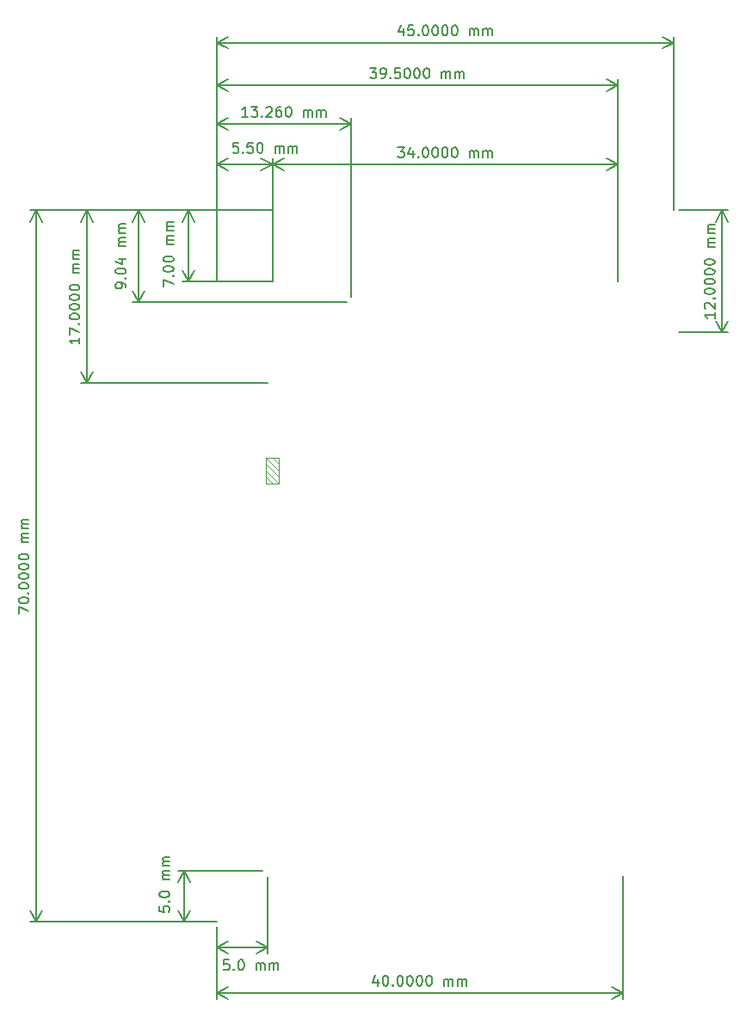
<source format=gbr>
%TF.GenerationSoftware,KiCad,Pcbnew,(6.0.7)*%
%TF.CreationDate,2022-08-04T10:24:46-07:00*%
%TF.ProjectId,SZG-TEMPLATE-STD,535a472d-5445-44d5-904c-4154452d5354,A*%
%TF.SameCoordinates,Original*%
%TF.FileFunction,OtherDrawing,Comment*%
%FSLAX46Y46*%
G04 Gerber Fmt 4.6, Leading zero omitted, Abs format (unit mm)*
G04 Created by KiCad (PCBNEW (6.0.7)) date 2022-08-04 10:24:46*
%MOMM*%
%LPD*%
G01*
G04 APERTURE LIST*
%ADD10C,0.150000*%
%ADD11C,0.100000*%
G04 APERTURE END LIST*
D10*
X135757142Y-134435714D02*
X135757142Y-135102380D01*
X135519047Y-134054761D02*
X135280952Y-134769047D01*
X135900000Y-134769047D01*
X136471428Y-134102380D02*
X136566666Y-134102380D01*
X136661904Y-134150000D01*
X136709523Y-134197619D01*
X136757142Y-134292857D01*
X136804761Y-134483333D01*
X136804761Y-134721428D01*
X136757142Y-134911904D01*
X136709523Y-135007142D01*
X136661904Y-135054761D01*
X136566666Y-135102380D01*
X136471428Y-135102380D01*
X136376190Y-135054761D01*
X136328571Y-135007142D01*
X136280952Y-134911904D01*
X136233333Y-134721428D01*
X136233333Y-134483333D01*
X136280952Y-134292857D01*
X136328571Y-134197619D01*
X136376190Y-134150000D01*
X136471428Y-134102380D01*
X137233333Y-135007142D02*
X137280952Y-135054761D01*
X137233333Y-135102380D01*
X137185714Y-135054761D01*
X137233333Y-135007142D01*
X137233333Y-135102380D01*
X137900000Y-134102380D02*
X137995238Y-134102380D01*
X138090476Y-134150000D01*
X138138095Y-134197619D01*
X138185714Y-134292857D01*
X138233333Y-134483333D01*
X138233333Y-134721428D01*
X138185714Y-134911904D01*
X138138095Y-135007142D01*
X138090476Y-135054761D01*
X137995238Y-135102380D01*
X137900000Y-135102380D01*
X137804761Y-135054761D01*
X137757142Y-135007142D01*
X137709523Y-134911904D01*
X137661904Y-134721428D01*
X137661904Y-134483333D01*
X137709523Y-134292857D01*
X137757142Y-134197619D01*
X137804761Y-134150000D01*
X137900000Y-134102380D01*
X138852380Y-134102380D02*
X138947619Y-134102380D01*
X139042857Y-134150000D01*
X139090476Y-134197619D01*
X139138095Y-134292857D01*
X139185714Y-134483333D01*
X139185714Y-134721428D01*
X139138095Y-134911904D01*
X139090476Y-135007142D01*
X139042857Y-135054761D01*
X138947619Y-135102380D01*
X138852380Y-135102380D01*
X138757142Y-135054761D01*
X138709523Y-135007142D01*
X138661904Y-134911904D01*
X138614285Y-134721428D01*
X138614285Y-134483333D01*
X138661904Y-134292857D01*
X138709523Y-134197619D01*
X138757142Y-134150000D01*
X138852380Y-134102380D01*
X139804761Y-134102380D02*
X139900000Y-134102380D01*
X139995238Y-134150000D01*
X140042857Y-134197619D01*
X140090476Y-134292857D01*
X140138095Y-134483333D01*
X140138095Y-134721428D01*
X140090476Y-134911904D01*
X140042857Y-135007142D01*
X139995238Y-135054761D01*
X139900000Y-135102380D01*
X139804761Y-135102380D01*
X139709523Y-135054761D01*
X139661904Y-135007142D01*
X139614285Y-134911904D01*
X139566666Y-134721428D01*
X139566666Y-134483333D01*
X139614285Y-134292857D01*
X139661904Y-134197619D01*
X139709523Y-134150000D01*
X139804761Y-134102380D01*
X140757142Y-134102380D02*
X140852380Y-134102380D01*
X140947619Y-134150000D01*
X140995238Y-134197619D01*
X141042857Y-134292857D01*
X141090476Y-134483333D01*
X141090476Y-134721428D01*
X141042857Y-134911904D01*
X140995238Y-135007142D01*
X140947619Y-135054761D01*
X140852380Y-135102380D01*
X140757142Y-135102380D01*
X140661904Y-135054761D01*
X140614285Y-135007142D01*
X140566666Y-134911904D01*
X140519047Y-134721428D01*
X140519047Y-134483333D01*
X140566666Y-134292857D01*
X140614285Y-134197619D01*
X140661904Y-134150000D01*
X140757142Y-134102380D01*
X142280952Y-135102380D02*
X142280952Y-134435714D01*
X142280952Y-134530952D02*
X142328571Y-134483333D01*
X142423809Y-134435714D01*
X142566666Y-134435714D01*
X142661904Y-134483333D01*
X142709523Y-134578571D01*
X142709523Y-135102380D01*
X142709523Y-134578571D02*
X142757142Y-134483333D01*
X142852380Y-134435714D01*
X142995238Y-134435714D01*
X143090476Y-134483333D01*
X143138095Y-134578571D01*
X143138095Y-135102380D01*
X143614285Y-135102380D02*
X143614285Y-134435714D01*
X143614285Y-134530952D02*
X143661904Y-134483333D01*
X143757142Y-134435714D01*
X143900000Y-134435714D01*
X143995238Y-134483333D01*
X144042857Y-134578571D01*
X144042857Y-135102380D01*
X144042857Y-134578571D02*
X144090476Y-134483333D01*
X144185714Y-134435714D01*
X144328571Y-134435714D01*
X144423809Y-134483333D01*
X144471428Y-134578571D01*
X144471428Y-135102380D01*
X119900000Y-129300000D02*
X119900000Y-136386420D01*
X159900000Y-136386420D02*
X159900000Y-124300000D01*
X119900000Y-135800000D02*
X159900000Y-135800000D01*
X119900000Y-135800000D02*
X159900000Y-135800000D01*
X119900000Y-135800000D02*
X121026504Y-136386421D01*
X119900000Y-135800000D02*
X121026504Y-135213579D01*
X159900000Y-135800000D02*
X158773496Y-135213579D01*
X159900000Y-135800000D02*
X158773496Y-136386421D01*
X121109523Y-132552380D02*
X120633333Y-132552380D01*
X120585714Y-133028571D01*
X120633333Y-132980952D01*
X120728571Y-132933333D01*
X120966666Y-132933333D01*
X121061904Y-132980952D01*
X121109523Y-133028571D01*
X121157142Y-133123809D01*
X121157142Y-133361904D01*
X121109523Y-133457142D01*
X121061904Y-133504761D01*
X120966666Y-133552380D01*
X120728571Y-133552380D01*
X120633333Y-133504761D01*
X120585714Y-133457142D01*
X121585714Y-133457142D02*
X121633333Y-133504761D01*
X121585714Y-133552380D01*
X121538095Y-133504761D01*
X121585714Y-133457142D01*
X121585714Y-133552380D01*
X122252380Y-132552380D02*
X122347619Y-132552380D01*
X122442857Y-132600000D01*
X122490476Y-132647619D01*
X122538095Y-132742857D01*
X122585714Y-132933333D01*
X122585714Y-133171428D01*
X122538095Y-133361904D01*
X122490476Y-133457142D01*
X122442857Y-133504761D01*
X122347619Y-133552380D01*
X122252380Y-133552380D01*
X122157142Y-133504761D01*
X122109523Y-133457142D01*
X122061904Y-133361904D01*
X122014285Y-133171428D01*
X122014285Y-132933333D01*
X122061904Y-132742857D01*
X122109523Y-132647619D01*
X122157142Y-132600000D01*
X122252380Y-132552380D01*
X123776190Y-133552380D02*
X123776190Y-132885714D01*
X123776190Y-132980952D02*
X123823809Y-132933333D01*
X123919047Y-132885714D01*
X124061904Y-132885714D01*
X124157142Y-132933333D01*
X124204761Y-133028571D01*
X124204761Y-133552380D01*
X124204761Y-133028571D02*
X124252380Y-132933333D01*
X124347619Y-132885714D01*
X124490476Y-132885714D01*
X124585714Y-132933333D01*
X124633333Y-133028571D01*
X124633333Y-133552380D01*
X125109523Y-133552380D02*
X125109523Y-132885714D01*
X125109523Y-132980952D02*
X125157142Y-132933333D01*
X125252380Y-132885714D01*
X125395238Y-132885714D01*
X125490476Y-132933333D01*
X125538095Y-133028571D01*
X125538095Y-133552380D01*
X125538095Y-133028571D02*
X125585714Y-132933333D01*
X125680952Y-132885714D01*
X125823809Y-132885714D01*
X125919047Y-132933333D01*
X125966666Y-133028571D01*
X125966666Y-133552380D01*
X119900000Y-129300000D02*
X119900000Y-131886420D01*
X124900000Y-131886420D02*
X124900000Y-124400000D01*
X119900000Y-131300000D02*
X124900000Y-131300000D01*
X119900000Y-131300000D02*
X124900000Y-131300000D01*
X119900000Y-131300000D02*
X121026504Y-131886421D01*
X119900000Y-131300000D02*
X121026504Y-130713579D01*
X124900000Y-131300000D02*
X123773496Y-130713579D01*
X124900000Y-131300000D02*
X123773496Y-131886421D01*
X168902380Y-68847624D02*
X168902380Y-69419052D01*
X168902380Y-69133338D02*
X167902380Y-69133338D01*
X168045238Y-69228576D01*
X168140476Y-69323814D01*
X168188095Y-69419052D01*
X167997619Y-68466671D02*
X167950000Y-68419052D01*
X167902380Y-68323814D01*
X167902380Y-68085719D01*
X167950000Y-67990481D01*
X167997619Y-67942862D01*
X168092857Y-67895243D01*
X168188095Y-67895243D01*
X168330952Y-67942862D01*
X168902380Y-68514290D01*
X168902380Y-67895243D01*
X168807142Y-67466671D02*
X168854761Y-67419052D01*
X168902380Y-67466671D01*
X168854761Y-67514290D01*
X168807142Y-67466671D01*
X168902380Y-67466671D01*
X167902380Y-66800005D02*
X167902380Y-66704766D01*
X167950000Y-66609528D01*
X167997619Y-66561909D01*
X168092857Y-66514290D01*
X168283333Y-66466671D01*
X168521428Y-66466671D01*
X168711904Y-66514290D01*
X168807142Y-66561909D01*
X168854761Y-66609528D01*
X168902380Y-66704766D01*
X168902380Y-66800005D01*
X168854761Y-66895243D01*
X168807142Y-66942862D01*
X168711904Y-66990481D01*
X168521428Y-67038100D01*
X168283333Y-67038100D01*
X168092857Y-66990481D01*
X167997619Y-66942862D01*
X167950000Y-66895243D01*
X167902380Y-66800005D01*
X167902380Y-65847624D02*
X167902380Y-65752385D01*
X167950000Y-65657147D01*
X167997619Y-65609528D01*
X168092857Y-65561909D01*
X168283333Y-65514290D01*
X168521428Y-65514290D01*
X168711904Y-65561909D01*
X168807142Y-65609528D01*
X168854761Y-65657147D01*
X168902380Y-65752385D01*
X168902380Y-65847624D01*
X168854761Y-65942862D01*
X168807142Y-65990481D01*
X168711904Y-66038100D01*
X168521428Y-66085719D01*
X168283333Y-66085719D01*
X168092857Y-66038100D01*
X167997619Y-65990481D01*
X167950000Y-65942862D01*
X167902380Y-65847624D01*
X167902380Y-64895243D02*
X167902380Y-64800005D01*
X167950000Y-64704766D01*
X167997619Y-64657147D01*
X168092857Y-64609528D01*
X168283333Y-64561909D01*
X168521428Y-64561909D01*
X168711904Y-64609528D01*
X168807142Y-64657147D01*
X168854761Y-64704766D01*
X168902380Y-64800005D01*
X168902380Y-64895243D01*
X168854761Y-64990481D01*
X168807142Y-65038100D01*
X168711904Y-65085719D01*
X168521428Y-65133338D01*
X168283333Y-65133338D01*
X168092857Y-65085719D01*
X167997619Y-65038100D01*
X167950000Y-64990481D01*
X167902380Y-64895243D01*
X167902380Y-63942862D02*
X167902380Y-63847624D01*
X167950000Y-63752385D01*
X167997619Y-63704766D01*
X168092857Y-63657147D01*
X168283333Y-63609528D01*
X168521428Y-63609528D01*
X168711904Y-63657147D01*
X168807142Y-63704766D01*
X168854761Y-63752385D01*
X168902380Y-63847624D01*
X168902380Y-63942862D01*
X168854761Y-64038100D01*
X168807142Y-64085719D01*
X168711904Y-64133338D01*
X168521428Y-64180957D01*
X168283333Y-64180957D01*
X168092857Y-64133338D01*
X167997619Y-64085719D01*
X167950000Y-64038100D01*
X167902380Y-63942862D01*
X168902380Y-62419052D02*
X168235714Y-62419052D01*
X168330952Y-62419052D02*
X168283333Y-62371433D01*
X168235714Y-62276195D01*
X168235714Y-62133338D01*
X168283333Y-62038100D01*
X168378571Y-61990481D01*
X168902380Y-61990481D01*
X168378571Y-61990481D02*
X168283333Y-61942862D01*
X168235714Y-61847624D01*
X168235714Y-61704766D01*
X168283333Y-61609528D01*
X168378571Y-61561909D01*
X168902380Y-61561909D01*
X168902380Y-61085719D02*
X168235714Y-61085719D01*
X168330952Y-61085719D02*
X168283333Y-61038100D01*
X168235714Y-60942862D01*
X168235714Y-60800005D01*
X168283333Y-60704766D01*
X168378571Y-60657147D01*
X168902380Y-60657147D01*
X168378571Y-60657147D02*
X168283333Y-60609528D01*
X168235714Y-60514290D01*
X168235714Y-60371433D01*
X168283333Y-60276195D01*
X168378571Y-60228576D01*
X168902380Y-60228576D01*
X165400000Y-70800000D02*
X170186420Y-70800000D01*
X170186420Y-58800010D02*
X165399990Y-58800010D01*
X169600000Y-70800000D02*
X169600000Y-58800010D01*
X169600000Y-70800000D02*
X169600000Y-58800010D01*
X169600000Y-70800000D02*
X170186421Y-69673496D01*
X169600000Y-70800000D02*
X169013579Y-69673496D01*
X169600000Y-58800010D02*
X169013579Y-59926514D01*
X169600000Y-58800010D02*
X170186421Y-59926514D01*
X110952380Y-66395238D02*
X110952380Y-66204761D01*
X110904761Y-66109523D01*
X110857142Y-66061904D01*
X110714285Y-65966666D01*
X110523809Y-65919047D01*
X110142857Y-65919047D01*
X110047619Y-65966666D01*
X110000000Y-66014285D01*
X109952380Y-66109523D01*
X109952380Y-66300000D01*
X110000000Y-66395238D01*
X110047619Y-66442857D01*
X110142857Y-66490476D01*
X110380952Y-66490476D01*
X110476190Y-66442857D01*
X110523809Y-66395238D01*
X110571428Y-66300000D01*
X110571428Y-66109523D01*
X110523809Y-66014285D01*
X110476190Y-65966666D01*
X110380952Y-65919047D01*
X110857142Y-65490476D02*
X110904761Y-65442857D01*
X110952380Y-65490476D01*
X110904761Y-65538095D01*
X110857142Y-65490476D01*
X110952380Y-65490476D01*
X109952380Y-64823809D02*
X109952380Y-64728571D01*
X110000000Y-64633333D01*
X110047619Y-64585714D01*
X110142857Y-64538095D01*
X110333333Y-64490476D01*
X110571428Y-64490476D01*
X110761904Y-64538095D01*
X110857142Y-64585714D01*
X110904761Y-64633333D01*
X110952380Y-64728571D01*
X110952380Y-64823809D01*
X110904761Y-64919047D01*
X110857142Y-64966666D01*
X110761904Y-65014285D01*
X110571428Y-65061904D01*
X110333333Y-65061904D01*
X110142857Y-65014285D01*
X110047619Y-64966666D01*
X110000000Y-64919047D01*
X109952380Y-64823809D01*
X110285714Y-63633333D02*
X110952380Y-63633333D01*
X109904761Y-63871428D02*
X110619047Y-64109523D01*
X110619047Y-63490476D01*
X110952380Y-62347619D02*
X110285714Y-62347619D01*
X110380952Y-62347619D02*
X110333333Y-62300000D01*
X110285714Y-62204761D01*
X110285714Y-62061904D01*
X110333333Y-61966666D01*
X110428571Y-61919047D01*
X110952380Y-61919047D01*
X110428571Y-61919047D02*
X110333333Y-61871428D01*
X110285714Y-61776190D01*
X110285714Y-61633333D01*
X110333333Y-61538095D01*
X110428571Y-61490476D01*
X110952380Y-61490476D01*
X110952380Y-61014285D02*
X110285714Y-61014285D01*
X110380952Y-61014285D02*
X110333333Y-60966666D01*
X110285714Y-60871428D01*
X110285714Y-60728571D01*
X110333333Y-60633333D01*
X110428571Y-60585714D01*
X110952380Y-60585714D01*
X110428571Y-60585714D02*
X110333333Y-60538095D01*
X110285714Y-60442857D01*
X110285714Y-60300000D01*
X110333333Y-60204761D01*
X110428571Y-60157142D01*
X110952380Y-60157142D01*
X119400000Y-58800000D02*
X111613580Y-58800000D01*
X111613580Y-67840000D02*
X132660320Y-67840000D01*
X112200000Y-58800000D02*
X112200000Y-67840000D01*
X112200000Y-58800000D02*
X112200000Y-67840000D01*
X112200000Y-58800000D02*
X111613579Y-59926504D01*
X112200000Y-58800000D02*
X112786421Y-59926504D01*
X112200000Y-67840000D02*
X112786421Y-66713496D01*
X112200000Y-67840000D02*
X111613579Y-66713496D01*
X114252380Y-127290476D02*
X114252380Y-127766666D01*
X114728571Y-127814285D01*
X114680952Y-127766666D01*
X114633333Y-127671428D01*
X114633333Y-127433333D01*
X114680952Y-127338095D01*
X114728571Y-127290476D01*
X114823809Y-127242857D01*
X115061904Y-127242857D01*
X115157142Y-127290476D01*
X115204761Y-127338095D01*
X115252380Y-127433333D01*
X115252380Y-127671428D01*
X115204761Y-127766666D01*
X115157142Y-127814285D01*
X115157142Y-126814285D02*
X115204761Y-126766666D01*
X115252380Y-126814285D01*
X115204761Y-126861904D01*
X115157142Y-126814285D01*
X115252380Y-126814285D01*
X114252380Y-126147619D02*
X114252380Y-126052380D01*
X114300000Y-125957142D01*
X114347619Y-125909523D01*
X114442857Y-125861904D01*
X114633333Y-125814285D01*
X114871428Y-125814285D01*
X115061904Y-125861904D01*
X115157142Y-125909523D01*
X115204761Y-125957142D01*
X115252380Y-126052380D01*
X115252380Y-126147619D01*
X115204761Y-126242857D01*
X115157142Y-126290476D01*
X115061904Y-126338095D01*
X114871428Y-126385714D01*
X114633333Y-126385714D01*
X114442857Y-126338095D01*
X114347619Y-126290476D01*
X114300000Y-126242857D01*
X114252380Y-126147619D01*
X115252380Y-124623809D02*
X114585714Y-124623809D01*
X114680952Y-124623809D02*
X114633333Y-124576190D01*
X114585714Y-124480952D01*
X114585714Y-124338095D01*
X114633333Y-124242857D01*
X114728571Y-124195238D01*
X115252380Y-124195238D01*
X114728571Y-124195238D02*
X114633333Y-124147619D01*
X114585714Y-124052380D01*
X114585714Y-123909523D01*
X114633333Y-123814285D01*
X114728571Y-123766666D01*
X115252380Y-123766666D01*
X115252380Y-123290476D02*
X114585714Y-123290476D01*
X114680952Y-123290476D02*
X114633333Y-123242857D01*
X114585714Y-123147619D01*
X114585714Y-123004761D01*
X114633333Y-122909523D01*
X114728571Y-122861904D01*
X115252380Y-122861904D01*
X114728571Y-122861904D02*
X114633333Y-122814285D01*
X114585714Y-122719047D01*
X114585714Y-122576190D01*
X114633333Y-122480952D01*
X114728571Y-122433333D01*
X115252380Y-122433333D01*
X119400000Y-128800000D02*
X116113580Y-128800000D01*
X116113580Y-123800000D02*
X124400000Y-123800000D01*
X116700000Y-128800000D02*
X116700000Y-123800000D01*
X116700000Y-128800000D02*
X116700000Y-123800000D01*
X116700000Y-128800000D02*
X117286421Y-127673496D01*
X116700000Y-128800000D02*
X116113579Y-127673496D01*
X116700000Y-123800000D02*
X116113579Y-124926504D01*
X116700000Y-123800000D02*
X117286421Y-124926504D01*
X122958731Y-49602380D02*
X122387302Y-49602380D01*
X122673017Y-49602380D02*
X122673017Y-48602380D01*
X122577779Y-48745238D01*
X122482540Y-48840476D01*
X122387302Y-48888095D01*
X123292064Y-48602380D02*
X123911112Y-48602380D01*
X123577779Y-48983333D01*
X123720636Y-48983333D01*
X123815874Y-49030952D01*
X123863493Y-49078571D01*
X123911112Y-49173809D01*
X123911112Y-49411904D01*
X123863493Y-49507142D01*
X123815874Y-49554761D01*
X123720636Y-49602380D01*
X123434921Y-49602380D01*
X123339683Y-49554761D01*
X123292064Y-49507142D01*
X124339683Y-49507142D02*
X124387302Y-49554761D01*
X124339683Y-49602380D01*
X124292064Y-49554761D01*
X124339683Y-49507142D01*
X124339683Y-49602380D01*
X124768255Y-48697619D02*
X124815874Y-48650000D01*
X124911112Y-48602380D01*
X125149207Y-48602380D01*
X125244445Y-48650000D01*
X125292064Y-48697619D01*
X125339683Y-48792857D01*
X125339683Y-48888095D01*
X125292064Y-49030952D01*
X124720636Y-49602380D01*
X125339683Y-49602380D01*
X126196826Y-48602380D02*
X126006350Y-48602380D01*
X125911112Y-48650000D01*
X125863493Y-48697619D01*
X125768255Y-48840476D01*
X125720636Y-49030952D01*
X125720636Y-49411904D01*
X125768255Y-49507142D01*
X125815874Y-49554761D01*
X125911112Y-49602380D01*
X126101588Y-49602380D01*
X126196826Y-49554761D01*
X126244445Y-49507142D01*
X126292064Y-49411904D01*
X126292064Y-49173809D01*
X126244445Y-49078571D01*
X126196826Y-49030952D01*
X126101588Y-48983333D01*
X125911112Y-48983333D01*
X125815874Y-49030952D01*
X125768255Y-49078571D01*
X125720636Y-49173809D01*
X126911112Y-48602380D02*
X127006350Y-48602380D01*
X127101588Y-48650000D01*
X127149207Y-48697619D01*
X127196826Y-48792857D01*
X127244445Y-48983333D01*
X127244445Y-49221428D01*
X127196826Y-49411904D01*
X127149207Y-49507142D01*
X127101588Y-49554761D01*
X127006350Y-49602380D01*
X126911112Y-49602380D01*
X126815874Y-49554761D01*
X126768255Y-49507142D01*
X126720636Y-49411904D01*
X126673017Y-49221428D01*
X126673017Y-48983333D01*
X126720636Y-48792857D01*
X126768255Y-48697619D01*
X126815874Y-48650000D01*
X126911112Y-48602380D01*
X128434921Y-49602380D02*
X128434921Y-48935714D01*
X128434921Y-49030952D02*
X128482540Y-48983333D01*
X128577779Y-48935714D01*
X128720636Y-48935714D01*
X128815874Y-48983333D01*
X128863493Y-49078571D01*
X128863493Y-49602380D01*
X128863493Y-49078571D02*
X128911112Y-48983333D01*
X129006350Y-48935714D01*
X129149207Y-48935714D01*
X129244445Y-48983333D01*
X129292064Y-49078571D01*
X129292064Y-49602380D01*
X129768255Y-49602380D02*
X129768255Y-48935714D01*
X129768255Y-49030952D02*
X129815874Y-48983333D01*
X129911112Y-48935714D01*
X130053969Y-48935714D01*
X130149207Y-48983333D01*
X130196826Y-49078571D01*
X130196826Y-49602380D01*
X130196826Y-49078571D02*
X130244445Y-48983333D01*
X130339683Y-48935714D01*
X130482540Y-48935714D01*
X130577779Y-48983333D01*
X130625398Y-49078571D01*
X130625398Y-49602380D01*
X119900000Y-58300010D02*
X119900000Y-49713580D01*
X133160320Y-49713580D02*
X133160320Y-67340000D01*
X119900000Y-50300000D02*
X133160320Y-50300000D01*
X119900000Y-50300000D02*
X133160320Y-50300000D01*
X119900000Y-50300000D02*
X121026504Y-50886421D01*
X119900000Y-50300000D02*
X121026504Y-49713579D01*
X133160320Y-50300000D02*
X132033816Y-49713579D01*
X133160320Y-50300000D02*
X132033816Y-50886421D01*
X134983333Y-44802380D02*
X135602380Y-44802380D01*
X135269047Y-45183333D01*
X135411904Y-45183333D01*
X135507142Y-45230952D01*
X135554761Y-45278571D01*
X135602380Y-45373809D01*
X135602380Y-45611904D01*
X135554761Y-45707142D01*
X135507142Y-45754761D01*
X135411904Y-45802380D01*
X135126190Y-45802380D01*
X135030952Y-45754761D01*
X134983333Y-45707142D01*
X136078571Y-45802380D02*
X136269047Y-45802380D01*
X136364285Y-45754761D01*
X136411904Y-45707142D01*
X136507142Y-45564285D01*
X136554761Y-45373809D01*
X136554761Y-44992857D01*
X136507142Y-44897619D01*
X136459523Y-44850000D01*
X136364285Y-44802380D01*
X136173809Y-44802380D01*
X136078571Y-44850000D01*
X136030952Y-44897619D01*
X135983333Y-44992857D01*
X135983333Y-45230952D01*
X136030952Y-45326190D01*
X136078571Y-45373809D01*
X136173809Y-45421428D01*
X136364285Y-45421428D01*
X136459523Y-45373809D01*
X136507142Y-45326190D01*
X136554761Y-45230952D01*
X136983333Y-45707142D02*
X137030952Y-45754761D01*
X136983333Y-45802380D01*
X136935714Y-45754761D01*
X136983333Y-45707142D01*
X136983333Y-45802380D01*
X137935714Y-44802380D02*
X137459523Y-44802380D01*
X137411904Y-45278571D01*
X137459523Y-45230952D01*
X137554761Y-45183333D01*
X137792857Y-45183333D01*
X137888095Y-45230952D01*
X137935714Y-45278571D01*
X137983333Y-45373809D01*
X137983333Y-45611904D01*
X137935714Y-45707142D01*
X137888095Y-45754761D01*
X137792857Y-45802380D01*
X137554761Y-45802380D01*
X137459523Y-45754761D01*
X137411904Y-45707142D01*
X138602380Y-44802380D02*
X138697619Y-44802380D01*
X138792857Y-44850000D01*
X138840476Y-44897619D01*
X138888095Y-44992857D01*
X138935714Y-45183333D01*
X138935714Y-45421428D01*
X138888095Y-45611904D01*
X138840476Y-45707142D01*
X138792857Y-45754761D01*
X138697619Y-45802380D01*
X138602380Y-45802380D01*
X138507142Y-45754761D01*
X138459523Y-45707142D01*
X138411904Y-45611904D01*
X138364285Y-45421428D01*
X138364285Y-45183333D01*
X138411904Y-44992857D01*
X138459523Y-44897619D01*
X138507142Y-44850000D01*
X138602380Y-44802380D01*
X139554761Y-44802380D02*
X139650000Y-44802380D01*
X139745238Y-44850000D01*
X139792857Y-44897619D01*
X139840476Y-44992857D01*
X139888095Y-45183333D01*
X139888095Y-45421428D01*
X139840476Y-45611904D01*
X139792857Y-45707142D01*
X139745238Y-45754761D01*
X139650000Y-45802380D01*
X139554761Y-45802380D01*
X139459523Y-45754761D01*
X139411904Y-45707142D01*
X139364285Y-45611904D01*
X139316666Y-45421428D01*
X139316666Y-45183333D01*
X139364285Y-44992857D01*
X139411904Y-44897619D01*
X139459523Y-44850000D01*
X139554761Y-44802380D01*
X140507142Y-44802380D02*
X140602380Y-44802380D01*
X140697619Y-44850000D01*
X140745238Y-44897619D01*
X140792857Y-44992857D01*
X140840476Y-45183333D01*
X140840476Y-45421428D01*
X140792857Y-45611904D01*
X140745238Y-45707142D01*
X140697619Y-45754761D01*
X140602380Y-45802380D01*
X140507142Y-45802380D01*
X140411904Y-45754761D01*
X140364285Y-45707142D01*
X140316666Y-45611904D01*
X140269047Y-45421428D01*
X140269047Y-45183333D01*
X140316666Y-44992857D01*
X140364285Y-44897619D01*
X140411904Y-44850000D01*
X140507142Y-44802380D01*
X142030952Y-45802380D02*
X142030952Y-45135714D01*
X142030952Y-45230952D02*
X142078571Y-45183333D01*
X142173809Y-45135714D01*
X142316666Y-45135714D01*
X142411904Y-45183333D01*
X142459523Y-45278571D01*
X142459523Y-45802380D01*
X142459523Y-45278571D02*
X142507142Y-45183333D01*
X142602380Y-45135714D01*
X142745238Y-45135714D01*
X142840476Y-45183333D01*
X142888095Y-45278571D01*
X142888095Y-45802380D01*
X143364285Y-45802380D02*
X143364285Y-45135714D01*
X143364285Y-45230952D02*
X143411904Y-45183333D01*
X143507142Y-45135714D01*
X143650000Y-45135714D01*
X143745238Y-45183333D01*
X143792857Y-45278571D01*
X143792857Y-45802380D01*
X143792857Y-45278571D02*
X143840476Y-45183333D01*
X143935714Y-45135714D01*
X144078571Y-45135714D01*
X144173809Y-45183333D01*
X144221428Y-45278571D01*
X144221428Y-45802380D01*
X119900000Y-58300010D02*
X119900000Y-45913580D01*
X159400000Y-45913580D02*
X159400000Y-65300000D01*
X119900000Y-46500000D02*
X159400000Y-46500000D01*
X119900000Y-46500000D02*
X159400000Y-46500000D01*
X119900000Y-46500000D02*
X121026504Y-47086421D01*
X119900000Y-46500000D02*
X121026504Y-45913579D01*
X159400000Y-46500000D02*
X158273496Y-45913579D01*
X159400000Y-46500000D02*
X158273496Y-47086421D01*
X138257137Y-40935714D02*
X138257137Y-41602380D01*
X138019042Y-40554761D02*
X137780947Y-41269047D01*
X138399995Y-41269047D01*
X139257137Y-40602380D02*
X138780947Y-40602380D01*
X138733328Y-41078571D01*
X138780947Y-41030952D01*
X138876185Y-40983333D01*
X139114280Y-40983333D01*
X139209518Y-41030952D01*
X139257137Y-41078571D01*
X139304756Y-41173809D01*
X139304756Y-41411904D01*
X139257137Y-41507142D01*
X139209518Y-41554761D01*
X139114280Y-41602380D01*
X138876185Y-41602380D01*
X138780947Y-41554761D01*
X138733328Y-41507142D01*
X139733328Y-41507142D02*
X139780947Y-41554761D01*
X139733328Y-41602380D01*
X139685709Y-41554761D01*
X139733328Y-41507142D01*
X139733328Y-41602380D01*
X140399995Y-40602380D02*
X140495233Y-40602380D01*
X140590471Y-40650000D01*
X140638090Y-40697619D01*
X140685709Y-40792857D01*
X140733328Y-40983333D01*
X140733328Y-41221428D01*
X140685709Y-41411904D01*
X140638090Y-41507142D01*
X140590471Y-41554761D01*
X140495233Y-41602380D01*
X140399995Y-41602380D01*
X140304756Y-41554761D01*
X140257137Y-41507142D01*
X140209518Y-41411904D01*
X140161899Y-41221428D01*
X140161899Y-40983333D01*
X140209518Y-40792857D01*
X140257137Y-40697619D01*
X140304756Y-40650000D01*
X140399995Y-40602380D01*
X141352375Y-40602380D02*
X141447614Y-40602380D01*
X141542852Y-40650000D01*
X141590471Y-40697619D01*
X141638090Y-40792857D01*
X141685709Y-40983333D01*
X141685709Y-41221428D01*
X141638090Y-41411904D01*
X141590471Y-41507142D01*
X141542852Y-41554761D01*
X141447614Y-41602380D01*
X141352375Y-41602380D01*
X141257137Y-41554761D01*
X141209518Y-41507142D01*
X141161899Y-41411904D01*
X141114280Y-41221428D01*
X141114280Y-40983333D01*
X141161899Y-40792857D01*
X141209518Y-40697619D01*
X141257137Y-40650000D01*
X141352375Y-40602380D01*
X142304756Y-40602380D02*
X142399995Y-40602380D01*
X142495233Y-40650000D01*
X142542852Y-40697619D01*
X142590471Y-40792857D01*
X142638090Y-40983333D01*
X142638090Y-41221428D01*
X142590471Y-41411904D01*
X142542852Y-41507142D01*
X142495233Y-41554761D01*
X142399995Y-41602380D01*
X142304756Y-41602380D01*
X142209518Y-41554761D01*
X142161899Y-41507142D01*
X142114280Y-41411904D01*
X142066661Y-41221428D01*
X142066661Y-40983333D01*
X142114280Y-40792857D01*
X142161899Y-40697619D01*
X142209518Y-40650000D01*
X142304756Y-40602380D01*
X143257137Y-40602380D02*
X143352375Y-40602380D01*
X143447614Y-40650000D01*
X143495233Y-40697619D01*
X143542852Y-40792857D01*
X143590471Y-40983333D01*
X143590471Y-41221428D01*
X143542852Y-41411904D01*
X143495233Y-41507142D01*
X143447614Y-41554761D01*
X143352375Y-41602380D01*
X143257137Y-41602380D01*
X143161899Y-41554761D01*
X143114280Y-41507142D01*
X143066661Y-41411904D01*
X143019042Y-41221428D01*
X143019042Y-40983333D01*
X143066661Y-40792857D01*
X143114280Y-40697619D01*
X143161899Y-40650000D01*
X143257137Y-40602380D01*
X144780947Y-41602380D02*
X144780947Y-40935714D01*
X144780947Y-41030952D02*
X144828566Y-40983333D01*
X144923804Y-40935714D01*
X145066661Y-40935714D01*
X145161899Y-40983333D01*
X145209518Y-41078571D01*
X145209518Y-41602380D01*
X145209518Y-41078571D02*
X145257137Y-40983333D01*
X145352375Y-40935714D01*
X145495233Y-40935714D01*
X145590471Y-40983333D01*
X145638090Y-41078571D01*
X145638090Y-41602380D01*
X146114280Y-41602380D02*
X146114280Y-40935714D01*
X146114280Y-41030952D02*
X146161899Y-40983333D01*
X146257137Y-40935714D01*
X146399995Y-40935714D01*
X146495233Y-40983333D01*
X146542852Y-41078571D01*
X146542852Y-41602380D01*
X146542852Y-41078571D02*
X146590471Y-40983333D01*
X146685709Y-40935714D01*
X146828566Y-40935714D01*
X146923804Y-40983333D01*
X146971423Y-41078571D01*
X146971423Y-41602380D01*
X164899990Y-58800010D02*
X164899990Y-41713580D01*
X119900000Y-58800010D02*
X119900000Y-41713580D01*
X164899990Y-42300000D02*
X119900000Y-42300000D01*
X164899990Y-42300000D02*
X119900000Y-42300000D01*
X164899990Y-42300000D02*
X163773486Y-41713579D01*
X164899990Y-42300000D02*
X163773486Y-42886421D01*
X119900000Y-42300000D02*
X121026504Y-42886421D01*
X119900000Y-42300000D02*
X121026504Y-41713579D01*
X100402380Y-98466666D02*
X100402380Y-97800000D01*
X101402380Y-98228571D01*
X100402380Y-97228571D02*
X100402380Y-97133333D01*
X100450000Y-97038095D01*
X100497619Y-96990476D01*
X100592857Y-96942857D01*
X100783333Y-96895238D01*
X101021428Y-96895238D01*
X101211904Y-96942857D01*
X101307142Y-96990476D01*
X101354761Y-97038095D01*
X101402380Y-97133333D01*
X101402380Y-97228571D01*
X101354761Y-97323809D01*
X101307142Y-97371428D01*
X101211904Y-97419047D01*
X101021428Y-97466666D01*
X100783333Y-97466666D01*
X100592857Y-97419047D01*
X100497619Y-97371428D01*
X100450000Y-97323809D01*
X100402380Y-97228571D01*
X101307142Y-96466666D02*
X101354761Y-96419047D01*
X101402380Y-96466666D01*
X101354761Y-96514285D01*
X101307142Y-96466666D01*
X101402380Y-96466666D01*
X100402380Y-95800000D02*
X100402380Y-95704761D01*
X100450000Y-95609523D01*
X100497619Y-95561904D01*
X100592857Y-95514285D01*
X100783333Y-95466666D01*
X101021428Y-95466666D01*
X101211904Y-95514285D01*
X101307142Y-95561904D01*
X101354761Y-95609523D01*
X101402380Y-95704761D01*
X101402380Y-95800000D01*
X101354761Y-95895238D01*
X101307142Y-95942857D01*
X101211904Y-95990476D01*
X101021428Y-96038095D01*
X100783333Y-96038095D01*
X100592857Y-95990476D01*
X100497619Y-95942857D01*
X100450000Y-95895238D01*
X100402380Y-95800000D01*
X100402380Y-94847619D02*
X100402380Y-94752380D01*
X100450000Y-94657142D01*
X100497619Y-94609523D01*
X100592857Y-94561904D01*
X100783333Y-94514285D01*
X101021428Y-94514285D01*
X101211904Y-94561904D01*
X101307142Y-94609523D01*
X101354761Y-94657142D01*
X101402380Y-94752380D01*
X101402380Y-94847619D01*
X101354761Y-94942857D01*
X101307142Y-94990476D01*
X101211904Y-95038095D01*
X101021428Y-95085714D01*
X100783333Y-95085714D01*
X100592857Y-95038095D01*
X100497619Y-94990476D01*
X100450000Y-94942857D01*
X100402380Y-94847619D01*
X100402380Y-93895238D02*
X100402380Y-93800000D01*
X100450000Y-93704761D01*
X100497619Y-93657142D01*
X100592857Y-93609523D01*
X100783333Y-93561904D01*
X101021428Y-93561904D01*
X101211904Y-93609523D01*
X101307142Y-93657142D01*
X101354761Y-93704761D01*
X101402380Y-93800000D01*
X101402380Y-93895238D01*
X101354761Y-93990476D01*
X101307142Y-94038095D01*
X101211904Y-94085714D01*
X101021428Y-94133333D01*
X100783333Y-94133333D01*
X100592857Y-94085714D01*
X100497619Y-94038095D01*
X100450000Y-93990476D01*
X100402380Y-93895238D01*
X100402380Y-92942857D02*
X100402380Y-92847619D01*
X100450000Y-92752380D01*
X100497619Y-92704761D01*
X100592857Y-92657142D01*
X100783333Y-92609523D01*
X101021428Y-92609523D01*
X101211904Y-92657142D01*
X101307142Y-92704761D01*
X101354761Y-92752380D01*
X101402380Y-92847619D01*
X101402380Y-92942857D01*
X101354761Y-93038095D01*
X101307142Y-93085714D01*
X101211904Y-93133333D01*
X101021428Y-93180952D01*
X100783333Y-93180952D01*
X100592857Y-93133333D01*
X100497619Y-93085714D01*
X100450000Y-93038095D01*
X100402380Y-92942857D01*
X101402380Y-91419047D02*
X100735714Y-91419047D01*
X100830952Y-91419047D02*
X100783333Y-91371428D01*
X100735714Y-91276190D01*
X100735714Y-91133333D01*
X100783333Y-91038095D01*
X100878571Y-90990476D01*
X101402380Y-90990476D01*
X100878571Y-90990476D02*
X100783333Y-90942857D01*
X100735714Y-90847619D01*
X100735714Y-90704761D01*
X100783333Y-90609523D01*
X100878571Y-90561904D01*
X101402380Y-90561904D01*
X101402380Y-90085714D02*
X100735714Y-90085714D01*
X100830952Y-90085714D02*
X100783333Y-90038095D01*
X100735714Y-89942857D01*
X100735714Y-89800000D01*
X100783333Y-89704761D01*
X100878571Y-89657142D01*
X101402380Y-89657142D01*
X100878571Y-89657142D02*
X100783333Y-89609523D01*
X100735714Y-89514285D01*
X100735714Y-89371428D01*
X100783333Y-89276190D01*
X100878571Y-89228571D01*
X101402380Y-89228571D01*
X119900000Y-58800000D02*
X101513580Y-58800000D01*
X119900000Y-128800000D02*
X101513580Y-128800000D01*
X102100000Y-58800000D02*
X102100000Y-128800000D01*
X102100000Y-58800000D02*
X102100000Y-128800000D01*
X102100000Y-58800000D02*
X101513579Y-59926504D01*
X102100000Y-58800000D02*
X102686421Y-59926504D01*
X102100000Y-128800000D02*
X102686421Y-127673496D01*
X102100000Y-128800000D02*
X101513579Y-127673496D01*
X114652380Y-66316547D02*
X114652380Y-65649880D01*
X115652380Y-66078452D01*
X115557142Y-65268928D02*
X115604761Y-65221309D01*
X115652380Y-65268928D01*
X115604761Y-65316547D01*
X115557142Y-65268928D01*
X115652380Y-65268928D01*
X114652380Y-64602261D02*
X114652380Y-64507023D01*
X114700000Y-64411785D01*
X114747619Y-64364166D01*
X114842857Y-64316547D01*
X115033333Y-64268928D01*
X115271428Y-64268928D01*
X115461904Y-64316547D01*
X115557142Y-64364166D01*
X115604761Y-64411785D01*
X115652380Y-64507023D01*
X115652380Y-64602261D01*
X115604761Y-64697500D01*
X115557142Y-64745119D01*
X115461904Y-64792738D01*
X115271428Y-64840357D01*
X115033333Y-64840357D01*
X114842857Y-64792738D01*
X114747619Y-64745119D01*
X114700000Y-64697500D01*
X114652380Y-64602261D01*
X114652380Y-63649880D02*
X114652380Y-63554642D01*
X114700000Y-63459404D01*
X114747619Y-63411785D01*
X114842857Y-63364166D01*
X115033333Y-63316547D01*
X115271428Y-63316547D01*
X115461904Y-63364166D01*
X115557142Y-63411785D01*
X115604761Y-63459404D01*
X115652380Y-63554642D01*
X115652380Y-63649880D01*
X115604761Y-63745119D01*
X115557142Y-63792738D01*
X115461904Y-63840357D01*
X115271428Y-63887976D01*
X115033333Y-63887976D01*
X114842857Y-63840357D01*
X114747619Y-63792738D01*
X114700000Y-63745119D01*
X114652380Y-63649880D01*
X115652380Y-62126071D02*
X114985714Y-62126071D01*
X115080952Y-62126071D02*
X115033333Y-62078452D01*
X114985714Y-61983214D01*
X114985714Y-61840357D01*
X115033333Y-61745119D01*
X115128571Y-61697500D01*
X115652380Y-61697500D01*
X115128571Y-61697500D02*
X115033333Y-61649880D01*
X114985714Y-61554642D01*
X114985714Y-61411785D01*
X115033333Y-61316547D01*
X115128571Y-61268928D01*
X115652380Y-61268928D01*
X115652380Y-60792738D02*
X114985714Y-60792738D01*
X115080952Y-60792738D02*
X115033333Y-60745119D01*
X114985714Y-60649880D01*
X114985714Y-60507023D01*
X115033333Y-60411785D01*
X115128571Y-60364166D01*
X115652380Y-60364166D01*
X115128571Y-60364166D02*
X115033333Y-60316547D01*
X114985714Y-60221309D01*
X114985714Y-60078452D01*
X115033333Y-59983214D01*
X115128571Y-59935595D01*
X115652380Y-59935595D01*
X125400000Y-58800000D02*
X116513580Y-58800000D01*
X125400000Y-65800000D02*
X116513580Y-65800000D01*
X117100000Y-58800000D02*
X117100000Y-65800000D01*
X117100000Y-58800000D02*
X117100000Y-65800000D01*
X117100000Y-58800000D02*
X116513579Y-59926504D01*
X117100000Y-58800000D02*
X117686421Y-59926504D01*
X117100000Y-65800000D02*
X117686421Y-64673496D01*
X117100000Y-65800000D02*
X116513579Y-64673496D01*
X106402380Y-71347619D02*
X106402380Y-71919047D01*
X106402380Y-71633333D02*
X105402380Y-71633333D01*
X105545238Y-71728571D01*
X105640476Y-71823809D01*
X105688095Y-71919047D01*
X105402380Y-71014285D02*
X105402380Y-70347619D01*
X106402380Y-70776190D01*
X106307142Y-69966666D02*
X106354761Y-69919047D01*
X106402380Y-69966666D01*
X106354761Y-70014285D01*
X106307142Y-69966666D01*
X106402380Y-69966666D01*
X105402380Y-69300000D02*
X105402380Y-69204761D01*
X105450000Y-69109523D01*
X105497619Y-69061904D01*
X105592857Y-69014285D01*
X105783333Y-68966666D01*
X106021428Y-68966666D01*
X106211904Y-69014285D01*
X106307142Y-69061904D01*
X106354761Y-69109523D01*
X106402380Y-69204761D01*
X106402380Y-69300000D01*
X106354761Y-69395238D01*
X106307142Y-69442857D01*
X106211904Y-69490476D01*
X106021428Y-69538095D01*
X105783333Y-69538095D01*
X105592857Y-69490476D01*
X105497619Y-69442857D01*
X105450000Y-69395238D01*
X105402380Y-69300000D01*
X105402380Y-68347619D02*
X105402380Y-68252380D01*
X105450000Y-68157142D01*
X105497619Y-68109523D01*
X105592857Y-68061904D01*
X105783333Y-68014285D01*
X106021428Y-68014285D01*
X106211904Y-68061904D01*
X106307142Y-68109523D01*
X106354761Y-68157142D01*
X106402380Y-68252380D01*
X106402380Y-68347619D01*
X106354761Y-68442857D01*
X106307142Y-68490476D01*
X106211904Y-68538095D01*
X106021428Y-68585714D01*
X105783333Y-68585714D01*
X105592857Y-68538095D01*
X105497619Y-68490476D01*
X105450000Y-68442857D01*
X105402380Y-68347619D01*
X105402380Y-67395238D02*
X105402380Y-67300000D01*
X105450000Y-67204761D01*
X105497619Y-67157142D01*
X105592857Y-67109523D01*
X105783333Y-67061904D01*
X106021428Y-67061904D01*
X106211904Y-67109523D01*
X106307142Y-67157142D01*
X106354761Y-67204761D01*
X106402380Y-67300000D01*
X106402380Y-67395238D01*
X106354761Y-67490476D01*
X106307142Y-67538095D01*
X106211904Y-67585714D01*
X106021428Y-67633333D01*
X105783333Y-67633333D01*
X105592857Y-67585714D01*
X105497619Y-67538095D01*
X105450000Y-67490476D01*
X105402380Y-67395238D01*
X105402380Y-66442857D02*
X105402380Y-66347619D01*
X105450000Y-66252380D01*
X105497619Y-66204761D01*
X105592857Y-66157142D01*
X105783333Y-66109523D01*
X106021428Y-66109523D01*
X106211904Y-66157142D01*
X106307142Y-66204761D01*
X106354761Y-66252380D01*
X106402380Y-66347619D01*
X106402380Y-66442857D01*
X106354761Y-66538095D01*
X106307142Y-66585714D01*
X106211904Y-66633333D01*
X106021428Y-66680952D01*
X105783333Y-66680952D01*
X105592857Y-66633333D01*
X105497619Y-66585714D01*
X105450000Y-66538095D01*
X105402380Y-66442857D01*
X106402380Y-64919047D02*
X105735714Y-64919047D01*
X105830952Y-64919047D02*
X105783333Y-64871428D01*
X105735714Y-64776190D01*
X105735714Y-64633333D01*
X105783333Y-64538095D01*
X105878571Y-64490476D01*
X106402380Y-64490476D01*
X105878571Y-64490476D02*
X105783333Y-64442857D01*
X105735714Y-64347619D01*
X105735714Y-64204761D01*
X105783333Y-64109523D01*
X105878571Y-64061904D01*
X106402380Y-64061904D01*
X106402380Y-63585714D02*
X105735714Y-63585714D01*
X105830952Y-63585714D02*
X105783333Y-63538095D01*
X105735714Y-63442857D01*
X105735714Y-63300000D01*
X105783333Y-63204761D01*
X105878571Y-63157142D01*
X106402380Y-63157142D01*
X105878571Y-63157142D02*
X105783333Y-63109523D01*
X105735714Y-63014285D01*
X105735714Y-62871428D01*
X105783333Y-62776190D01*
X105878571Y-62728571D01*
X106402380Y-62728571D01*
X124900000Y-58800000D02*
X106513580Y-58800000D01*
X124900000Y-75800000D02*
X106513580Y-75800000D01*
X107100000Y-58800000D02*
X107100000Y-75800000D01*
X107100000Y-58800000D02*
X107100000Y-75800000D01*
X107100000Y-58800000D02*
X106513579Y-59926504D01*
X107100000Y-58800000D02*
X107686421Y-59926504D01*
X107100000Y-75800000D02*
X107686421Y-74673496D01*
X107100000Y-75800000D02*
X106513579Y-74673496D01*
X122011785Y-52152380D02*
X121535595Y-52152380D01*
X121487976Y-52628571D01*
X121535595Y-52580952D01*
X121630833Y-52533333D01*
X121868928Y-52533333D01*
X121964166Y-52580952D01*
X122011785Y-52628571D01*
X122059404Y-52723809D01*
X122059404Y-52961904D01*
X122011785Y-53057142D01*
X121964166Y-53104761D01*
X121868928Y-53152380D01*
X121630833Y-53152380D01*
X121535595Y-53104761D01*
X121487976Y-53057142D01*
X122487976Y-53057142D02*
X122535595Y-53104761D01*
X122487976Y-53152380D01*
X122440357Y-53104761D01*
X122487976Y-53057142D01*
X122487976Y-53152380D01*
X123440357Y-52152380D02*
X122964166Y-52152380D01*
X122916547Y-52628571D01*
X122964166Y-52580952D01*
X123059404Y-52533333D01*
X123297500Y-52533333D01*
X123392738Y-52580952D01*
X123440357Y-52628571D01*
X123487976Y-52723809D01*
X123487976Y-52961904D01*
X123440357Y-53057142D01*
X123392738Y-53104761D01*
X123297500Y-53152380D01*
X123059404Y-53152380D01*
X122964166Y-53104761D01*
X122916547Y-53057142D01*
X124107023Y-52152380D02*
X124202261Y-52152380D01*
X124297500Y-52200000D01*
X124345119Y-52247619D01*
X124392738Y-52342857D01*
X124440357Y-52533333D01*
X124440357Y-52771428D01*
X124392738Y-52961904D01*
X124345119Y-53057142D01*
X124297500Y-53104761D01*
X124202261Y-53152380D01*
X124107023Y-53152380D01*
X124011785Y-53104761D01*
X123964166Y-53057142D01*
X123916547Y-52961904D01*
X123868928Y-52771428D01*
X123868928Y-52533333D01*
X123916547Y-52342857D01*
X123964166Y-52247619D01*
X124011785Y-52200000D01*
X124107023Y-52152380D01*
X125630833Y-53152380D02*
X125630833Y-52485714D01*
X125630833Y-52580952D02*
X125678452Y-52533333D01*
X125773690Y-52485714D01*
X125916547Y-52485714D01*
X126011785Y-52533333D01*
X126059404Y-52628571D01*
X126059404Y-53152380D01*
X126059404Y-52628571D02*
X126107023Y-52533333D01*
X126202261Y-52485714D01*
X126345119Y-52485714D01*
X126440357Y-52533333D01*
X126487976Y-52628571D01*
X126487976Y-53152380D01*
X126964166Y-53152380D02*
X126964166Y-52485714D01*
X126964166Y-52580952D02*
X127011785Y-52533333D01*
X127107023Y-52485714D01*
X127249880Y-52485714D01*
X127345119Y-52533333D01*
X127392738Y-52628571D01*
X127392738Y-53152380D01*
X127392738Y-52628571D02*
X127440357Y-52533333D01*
X127535595Y-52485714D01*
X127678452Y-52485714D01*
X127773690Y-52533333D01*
X127821309Y-52628571D01*
X127821309Y-53152380D01*
X119900000Y-65800000D02*
X119900000Y-53713580D01*
X125400000Y-65800000D02*
X125400000Y-53713580D01*
X119900000Y-54300000D02*
X125400000Y-54300000D01*
X119900000Y-54300000D02*
X125400000Y-54300000D01*
X119900000Y-54300000D02*
X121026504Y-54886421D01*
X119900000Y-54300000D02*
X121026504Y-53713579D01*
X125400000Y-54300000D02*
X124273496Y-53713579D01*
X125400000Y-54300000D02*
X124273496Y-54886421D01*
X137733333Y-52602380D02*
X138352380Y-52602380D01*
X138019047Y-52983333D01*
X138161904Y-52983333D01*
X138257142Y-53030952D01*
X138304761Y-53078571D01*
X138352380Y-53173809D01*
X138352380Y-53411904D01*
X138304761Y-53507142D01*
X138257142Y-53554761D01*
X138161904Y-53602380D01*
X137876190Y-53602380D01*
X137780952Y-53554761D01*
X137733333Y-53507142D01*
X139209523Y-52935714D02*
X139209523Y-53602380D01*
X138971428Y-52554761D02*
X138733333Y-53269047D01*
X139352380Y-53269047D01*
X139733333Y-53507142D02*
X139780952Y-53554761D01*
X139733333Y-53602380D01*
X139685714Y-53554761D01*
X139733333Y-53507142D01*
X139733333Y-53602380D01*
X140400000Y-52602380D02*
X140495238Y-52602380D01*
X140590476Y-52650000D01*
X140638095Y-52697619D01*
X140685714Y-52792857D01*
X140733333Y-52983333D01*
X140733333Y-53221428D01*
X140685714Y-53411904D01*
X140638095Y-53507142D01*
X140590476Y-53554761D01*
X140495238Y-53602380D01*
X140400000Y-53602380D01*
X140304761Y-53554761D01*
X140257142Y-53507142D01*
X140209523Y-53411904D01*
X140161904Y-53221428D01*
X140161904Y-52983333D01*
X140209523Y-52792857D01*
X140257142Y-52697619D01*
X140304761Y-52650000D01*
X140400000Y-52602380D01*
X141352380Y-52602380D02*
X141447619Y-52602380D01*
X141542857Y-52650000D01*
X141590476Y-52697619D01*
X141638095Y-52792857D01*
X141685714Y-52983333D01*
X141685714Y-53221428D01*
X141638095Y-53411904D01*
X141590476Y-53507142D01*
X141542857Y-53554761D01*
X141447619Y-53602380D01*
X141352380Y-53602380D01*
X141257142Y-53554761D01*
X141209523Y-53507142D01*
X141161904Y-53411904D01*
X141114285Y-53221428D01*
X141114285Y-52983333D01*
X141161904Y-52792857D01*
X141209523Y-52697619D01*
X141257142Y-52650000D01*
X141352380Y-52602380D01*
X142304761Y-52602380D02*
X142400000Y-52602380D01*
X142495238Y-52650000D01*
X142542857Y-52697619D01*
X142590476Y-52792857D01*
X142638095Y-52983333D01*
X142638095Y-53221428D01*
X142590476Y-53411904D01*
X142542857Y-53507142D01*
X142495238Y-53554761D01*
X142400000Y-53602380D01*
X142304761Y-53602380D01*
X142209523Y-53554761D01*
X142161904Y-53507142D01*
X142114285Y-53411904D01*
X142066666Y-53221428D01*
X142066666Y-52983333D01*
X142114285Y-52792857D01*
X142161904Y-52697619D01*
X142209523Y-52650000D01*
X142304761Y-52602380D01*
X143257142Y-52602380D02*
X143352380Y-52602380D01*
X143447619Y-52650000D01*
X143495238Y-52697619D01*
X143542857Y-52792857D01*
X143590476Y-52983333D01*
X143590476Y-53221428D01*
X143542857Y-53411904D01*
X143495238Y-53507142D01*
X143447619Y-53554761D01*
X143352380Y-53602380D01*
X143257142Y-53602380D01*
X143161904Y-53554761D01*
X143114285Y-53507142D01*
X143066666Y-53411904D01*
X143019047Y-53221428D01*
X143019047Y-52983333D01*
X143066666Y-52792857D01*
X143114285Y-52697619D01*
X143161904Y-52650000D01*
X143257142Y-52602380D01*
X144780952Y-53602380D02*
X144780952Y-52935714D01*
X144780952Y-53030952D02*
X144828571Y-52983333D01*
X144923809Y-52935714D01*
X145066666Y-52935714D01*
X145161904Y-52983333D01*
X145209523Y-53078571D01*
X145209523Y-53602380D01*
X145209523Y-53078571D02*
X145257142Y-52983333D01*
X145352380Y-52935714D01*
X145495238Y-52935714D01*
X145590476Y-52983333D01*
X145638095Y-53078571D01*
X145638095Y-53602380D01*
X146114285Y-53602380D02*
X146114285Y-52935714D01*
X146114285Y-53030952D02*
X146161904Y-52983333D01*
X146257142Y-52935714D01*
X146400000Y-52935714D01*
X146495238Y-52983333D01*
X146542857Y-53078571D01*
X146542857Y-53602380D01*
X146542857Y-53078571D02*
X146590476Y-52983333D01*
X146685714Y-52935714D01*
X146828571Y-52935714D01*
X146923809Y-52983333D01*
X146971428Y-53078571D01*
X146971428Y-53602380D01*
X159400000Y-65800000D02*
X159400000Y-53713580D01*
X125400000Y-65800000D02*
X125400000Y-53713580D01*
X159400000Y-54300000D02*
X125400000Y-54300000D01*
X159400000Y-54300000D02*
X125400000Y-54300000D01*
X159400000Y-54300000D02*
X158273496Y-53713579D01*
X159400000Y-54300000D02*
X158273496Y-54886421D01*
X125400000Y-54300000D02*
X126526504Y-54886421D01*
X125400000Y-54300000D02*
X126526504Y-53713579D01*
D11*
%TO.C,J2*%
X126035000Y-85670000D02*
X124765000Y-85670000D01*
X126035000Y-83130000D02*
X126035000Y-85670000D01*
X124765000Y-83130000D02*
X126035000Y-83130000D01*
X124765000Y-85670000D02*
X124765000Y-83130000D01*
X126035000Y-85670000D02*
X124765000Y-84400000D01*
X125400000Y-85670000D02*
X124765000Y-85035000D01*
X126035000Y-85035000D02*
X124765000Y-83765000D01*
X126035000Y-84400000D02*
X124765000Y-83130000D01*
X126035000Y-83765000D02*
X125400000Y-83130000D01*
%TD*%
M02*

</source>
